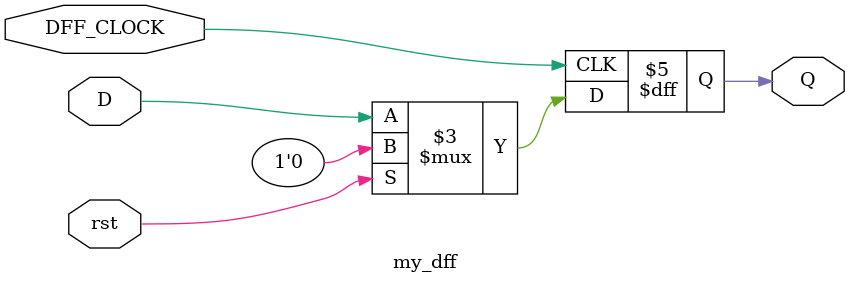
<source format=sv>
module my_dff(input DFF_CLOCK, rst, D, output reg Q);
    always @ (posedge DFF_CLOCK) begin
        if (rst) begin
          Q <= 1'b0;
        end
        else begin
          Q <= D;
        end
    end
endmodule
</source>
